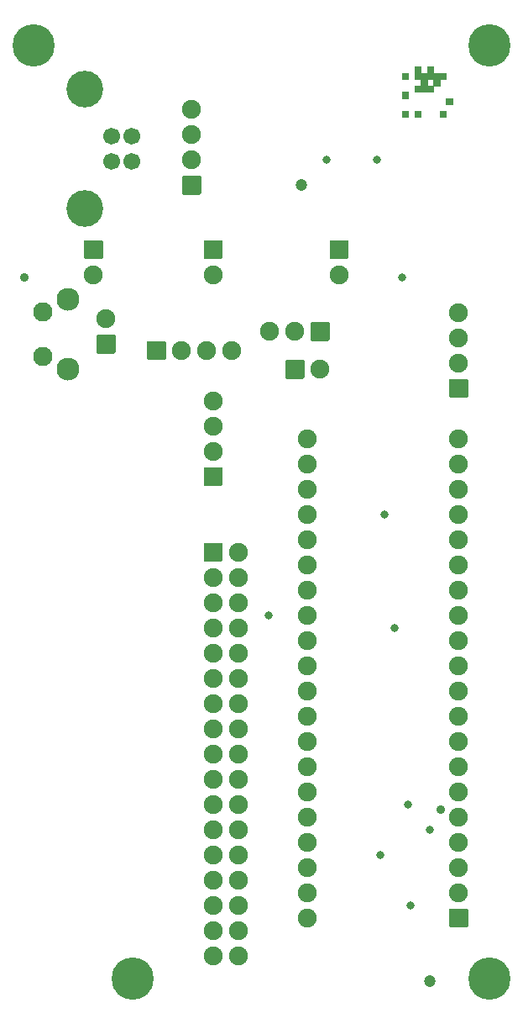
<source format=gbr>
G04 #@! TF.GenerationSoftware,KiCad,Pcbnew,(5.1.9)-1*
G04 #@! TF.CreationDate,2021-06-25T18:31:08+01:00*
G04 #@! TF.ProjectId,Greaseweazle F1 Plus Mini,47726561-7365-4776-9561-7a6c65204631,1*
G04 #@! TF.SameCoordinates,PX6312cb0PY6bcb370*
G04 #@! TF.FileFunction,Soldermask,Bot*
G04 #@! TF.FilePolarity,Negative*
%FSLAX46Y46*%
G04 Gerber Fmt 4.6, Leading zero omitted, Abs format (unit mm)*
G04 Created by KiCad (PCBNEW (5.1.9)-1) date 2021-06-25 18:31:08*
%MOMM*%
%LPD*%
G01*
G04 APERTURE LIST*
%ADD10C,0.100000*%
%ADD11O,1.900000X1.900000*%
%ADD12C,1.900000*%
%ADD13C,2.300000*%
%ADD14C,1.950000*%
%ADD15C,4.264000*%
%ADD16C,1.701140*%
%ADD17C,3.700120*%
%ADD18C,0.900000*%
%ADD19C,0.800000*%
%ADD20C,1.200000*%
G04 APERTURE END LIST*
D10*
G36*
X33274000Y66675000D02*
G01*
X33909000Y66675000D01*
X33909000Y67310000D01*
X33274000Y67310000D01*
X33274000Y66675000D01*
G37*
X33274000Y66675000D02*
X33909000Y66675000D01*
X33909000Y67310000D01*
X33274000Y67310000D01*
X33274000Y66675000D01*
G36*
X34544000Y64770000D02*
G01*
X35179000Y64770000D01*
X35179000Y65405000D01*
X34544000Y65405000D01*
X34544000Y64770000D01*
G37*
X34544000Y64770000D02*
X35179000Y64770000D01*
X35179000Y65405000D01*
X34544000Y65405000D01*
X34544000Y64770000D01*
G36*
X37084000Y64770000D02*
G01*
X37719000Y64770000D01*
X37719000Y65405000D01*
X37084000Y65405000D01*
X37084000Y64770000D01*
G37*
X37084000Y64770000D02*
X37719000Y64770000D01*
X37719000Y65405000D01*
X37084000Y65405000D01*
X37084000Y64770000D01*
G36*
X37719000Y66040000D02*
G01*
X38354000Y66040000D01*
X38354000Y66675000D01*
X37719000Y66675000D01*
X37719000Y66040000D01*
G37*
X37719000Y66040000D02*
X38354000Y66040000D01*
X38354000Y66675000D01*
X37719000Y66675000D01*
X37719000Y66040000D01*
G36*
X37084000Y68580000D02*
G01*
X37719000Y68580000D01*
X37719000Y69215000D01*
X37084000Y69215000D01*
X37084000Y68580000D01*
G37*
X37084000Y68580000D02*
X37719000Y68580000D01*
X37719000Y69215000D01*
X37084000Y69215000D01*
X37084000Y68580000D01*
G36*
X36449000Y68580000D02*
G01*
X37084000Y68580000D01*
X37084000Y69215000D01*
X36449000Y69215000D01*
X36449000Y68580000D01*
G37*
X36449000Y68580000D02*
X37084000Y68580000D01*
X37084000Y69215000D01*
X36449000Y69215000D01*
X36449000Y68580000D01*
G36*
X35814000Y69215000D02*
G01*
X36449000Y69215000D01*
X36449000Y69850000D01*
X35814000Y69850000D01*
X35814000Y69215000D01*
G37*
X35814000Y69215000D02*
X36449000Y69215000D01*
X36449000Y69850000D01*
X35814000Y69850000D01*
X35814000Y69215000D01*
G36*
X35814000Y68580000D02*
G01*
X36449000Y68580000D01*
X36449000Y69215000D01*
X35814000Y69215000D01*
X35814000Y68580000D01*
G37*
X35814000Y68580000D02*
X36449000Y68580000D01*
X36449000Y69215000D01*
X35814000Y69215000D01*
X35814000Y68580000D01*
G36*
X35179000Y68580000D02*
G01*
X35814000Y68580000D01*
X35814000Y69215000D01*
X35179000Y69215000D01*
X35179000Y68580000D01*
G37*
X35179000Y68580000D02*
X35814000Y68580000D01*
X35814000Y69215000D01*
X35179000Y69215000D01*
X35179000Y68580000D01*
G36*
X34544000Y68580000D02*
G01*
X35179000Y68580000D01*
X35179000Y69215000D01*
X34544000Y69215000D01*
X34544000Y68580000D01*
G37*
X34544000Y68580000D02*
X35179000Y68580000D01*
X35179000Y69215000D01*
X34544000Y69215000D01*
X34544000Y68580000D01*
G36*
X34544000Y69215000D02*
G01*
X35179000Y69215000D01*
X35179000Y69850000D01*
X34544000Y69850000D01*
X34544000Y69215000D01*
G37*
X34544000Y69215000D02*
X35179000Y69215000D01*
X35179000Y69850000D01*
X34544000Y69850000D01*
X34544000Y69215000D01*
G36*
X33274000Y64770000D02*
G01*
X33909000Y64770000D01*
X33909000Y65405000D01*
X33274000Y65405000D01*
X33274000Y64770000D01*
G37*
X33274000Y64770000D02*
X33909000Y64770000D01*
X33909000Y65405000D01*
X33274000Y65405000D01*
X33274000Y64770000D01*
G36*
X33274000Y68580000D02*
G01*
X33909000Y68580000D01*
X33909000Y69215000D01*
X33274000Y69215000D01*
X33274000Y68580000D01*
G37*
X33274000Y68580000D02*
X33909000Y68580000D01*
X33909000Y69215000D01*
X33274000Y69215000D01*
X33274000Y68580000D01*
G36*
X36449000Y67945000D02*
G01*
X37084000Y67945000D01*
X37084000Y68580000D01*
X36449000Y68580000D01*
X36449000Y67945000D01*
G37*
X36449000Y67945000D02*
X37084000Y67945000D01*
X37084000Y68580000D01*
X36449000Y68580000D01*
X36449000Y67945000D01*
G36*
X35814000Y67310000D02*
G01*
X36449000Y67310000D01*
X36449000Y67945000D01*
X35814000Y67945000D01*
X35814000Y67310000D01*
G37*
X35814000Y67310000D02*
X36449000Y67310000D01*
X36449000Y67945000D01*
X35814000Y67945000D01*
X35814000Y67310000D01*
G36*
X34544000Y67310000D02*
G01*
X35179000Y67310000D01*
X35179000Y67945000D01*
X34544000Y67945000D01*
X34544000Y67310000D01*
G37*
X34544000Y67310000D02*
X35179000Y67310000D01*
X35179000Y67945000D01*
X34544000Y67945000D01*
X34544000Y67310000D01*
G36*
X35179000Y67310000D02*
G01*
X35814000Y67310000D01*
X35814000Y67945000D01*
X35179000Y67945000D01*
X35179000Y67310000D01*
G37*
X35179000Y67310000D02*
X35814000Y67310000D01*
X35814000Y67945000D01*
X35179000Y67945000D01*
X35179000Y67310000D01*
G36*
X35179000Y67945000D02*
G01*
X35814000Y67945000D01*
X35814000Y68580000D01*
X35179000Y68580000D01*
X35179000Y67945000D01*
G37*
X35179000Y67945000D02*
X35814000Y67945000D01*
X35814000Y68580000D01*
X35179000Y68580000D01*
X35179000Y67945000D01*
G36*
X35179000Y67945000D02*
G01*
X35814000Y67945000D01*
X35814000Y68580000D01*
X35179000Y68580000D01*
X35179000Y67945000D01*
G37*
X35179000Y67945000D02*
X35814000Y67945000D01*
X35814000Y68580000D01*
X35179000Y68580000D01*
X35179000Y67945000D01*
G36*
X35179000Y67310000D02*
G01*
X35814000Y67310000D01*
X35814000Y67945000D01*
X35179000Y67945000D01*
X35179000Y67310000D01*
G37*
X35179000Y67310000D02*
X35814000Y67310000D01*
X35814000Y67945000D01*
X35179000Y67945000D01*
X35179000Y67310000D01*
G36*
X34544000Y67310000D02*
G01*
X35179000Y67310000D01*
X35179000Y67945000D01*
X34544000Y67945000D01*
X34544000Y67310000D01*
G37*
X34544000Y67310000D02*
X35179000Y67310000D01*
X35179000Y67945000D01*
X34544000Y67945000D01*
X34544000Y67310000D01*
G36*
X35814000Y67310000D02*
G01*
X36449000Y67310000D01*
X36449000Y67945000D01*
X35814000Y67945000D01*
X35814000Y67310000D01*
G37*
X35814000Y67310000D02*
X36449000Y67310000D01*
X36449000Y67945000D01*
X35814000Y67945000D01*
X35814000Y67310000D01*
G36*
X36449000Y67945000D02*
G01*
X37084000Y67945000D01*
X37084000Y68580000D01*
X36449000Y68580000D01*
X36449000Y67945000D01*
G37*
X36449000Y67945000D02*
X37084000Y67945000D01*
X37084000Y68580000D01*
X36449000Y68580000D01*
X36449000Y67945000D01*
G36*
X33274000Y68580000D02*
G01*
X33909000Y68580000D01*
X33909000Y69215000D01*
X33274000Y69215000D01*
X33274000Y68580000D01*
G37*
X33274000Y68580000D02*
X33909000Y68580000D01*
X33909000Y69215000D01*
X33274000Y69215000D01*
X33274000Y68580000D01*
G36*
X33274000Y64770000D02*
G01*
X33909000Y64770000D01*
X33909000Y65405000D01*
X33274000Y65405000D01*
X33274000Y64770000D01*
G37*
X33274000Y64770000D02*
X33909000Y64770000D01*
X33909000Y65405000D01*
X33274000Y65405000D01*
X33274000Y64770000D01*
G36*
X34544000Y69215000D02*
G01*
X35179000Y69215000D01*
X35179000Y69850000D01*
X34544000Y69850000D01*
X34544000Y69215000D01*
G37*
X34544000Y69215000D02*
X35179000Y69215000D01*
X35179000Y69850000D01*
X34544000Y69850000D01*
X34544000Y69215000D01*
G36*
X34544000Y68580000D02*
G01*
X35179000Y68580000D01*
X35179000Y69215000D01*
X34544000Y69215000D01*
X34544000Y68580000D01*
G37*
X34544000Y68580000D02*
X35179000Y68580000D01*
X35179000Y69215000D01*
X34544000Y69215000D01*
X34544000Y68580000D01*
G36*
X35179000Y68580000D02*
G01*
X35814000Y68580000D01*
X35814000Y69215000D01*
X35179000Y69215000D01*
X35179000Y68580000D01*
G37*
X35179000Y68580000D02*
X35814000Y68580000D01*
X35814000Y69215000D01*
X35179000Y69215000D01*
X35179000Y68580000D01*
G36*
X35814000Y68580000D02*
G01*
X36449000Y68580000D01*
X36449000Y69215000D01*
X35814000Y69215000D01*
X35814000Y68580000D01*
G37*
X35814000Y68580000D02*
X36449000Y68580000D01*
X36449000Y69215000D01*
X35814000Y69215000D01*
X35814000Y68580000D01*
G36*
X35814000Y69215000D02*
G01*
X36449000Y69215000D01*
X36449000Y69850000D01*
X35814000Y69850000D01*
X35814000Y69215000D01*
G37*
X35814000Y69215000D02*
X36449000Y69215000D01*
X36449000Y69850000D01*
X35814000Y69850000D01*
X35814000Y69215000D01*
G36*
X36449000Y68580000D02*
G01*
X37084000Y68580000D01*
X37084000Y69215000D01*
X36449000Y69215000D01*
X36449000Y68580000D01*
G37*
X36449000Y68580000D02*
X37084000Y68580000D01*
X37084000Y69215000D01*
X36449000Y69215000D01*
X36449000Y68580000D01*
G36*
X37084000Y68580000D02*
G01*
X37719000Y68580000D01*
X37719000Y69215000D01*
X37084000Y69215000D01*
X37084000Y68580000D01*
G37*
X37084000Y68580000D02*
X37719000Y68580000D01*
X37719000Y69215000D01*
X37084000Y69215000D01*
X37084000Y68580000D01*
G36*
X37719000Y66040000D02*
G01*
X38354000Y66040000D01*
X38354000Y66675000D01*
X37719000Y66675000D01*
X37719000Y66040000D01*
G37*
X37719000Y66040000D02*
X38354000Y66040000D01*
X38354000Y66675000D01*
X37719000Y66675000D01*
X37719000Y66040000D01*
G36*
X37084000Y64770000D02*
G01*
X37719000Y64770000D01*
X37719000Y65405000D01*
X37084000Y65405000D01*
X37084000Y64770000D01*
G37*
X37084000Y64770000D02*
X37719000Y64770000D01*
X37719000Y65405000D01*
X37084000Y65405000D01*
X37084000Y64770000D01*
G36*
X34544000Y64770000D02*
G01*
X35179000Y64770000D01*
X35179000Y65405000D01*
X34544000Y65405000D01*
X34544000Y64770000D01*
G37*
X34544000Y64770000D02*
X35179000Y64770000D01*
X35179000Y65405000D01*
X34544000Y65405000D01*
X34544000Y64770000D01*
G36*
X33274000Y66675000D02*
G01*
X33909000Y66675000D01*
X33909000Y67310000D01*
X33274000Y67310000D01*
X33274000Y66675000D01*
G37*
X33274000Y66675000D02*
X33909000Y66675000D01*
X33909000Y67310000D01*
X33274000Y67310000D01*
X33274000Y66675000D01*
G36*
X33274000Y66675000D02*
G01*
X33909000Y66675000D01*
X33909000Y67310000D01*
X33274000Y67310000D01*
X33274000Y66675000D01*
G37*
X33274000Y66675000D02*
X33909000Y66675000D01*
X33909000Y67310000D01*
X33274000Y67310000D01*
X33274000Y66675000D01*
G36*
X34544000Y64770000D02*
G01*
X35179000Y64770000D01*
X35179000Y65405000D01*
X34544000Y65405000D01*
X34544000Y64770000D01*
G37*
X34544000Y64770000D02*
X35179000Y64770000D01*
X35179000Y65405000D01*
X34544000Y65405000D01*
X34544000Y64770000D01*
G36*
X37084000Y64770000D02*
G01*
X37719000Y64770000D01*
X37719000Y65405000D01*
X37084000Y65405000D01*
X37084000Y64770000D01*
G37*
X37084000Y64770000D02*
X37719000Y64770000D01*
X37719000Y65405000D01*
X37084000Y65405000D01*
X37084000Y64770000D01*
G36*
X37719000Y66040000D02*
G01*
X38354000Y66040000D01*
X38354000Y66675000D01*
X37719000Y66675000D01*
X37719000Y66040000D01*
G37*
X37719000Y66040000D02*
X38354000Y66040000D01*
X38354000Y66675000D01*
X37719000Y66675000D01*
X37719000Y66040000D01*
G36*
X37084000Y68580000D02*
G01*
X37719000Y68580000D01*
X37719000Y69215000D01*
X37084000Y69215000D01*
X37084000Y68580000D01*
G37*
X37084000Y68580000D02*
X37719000Y68580000D01*
X37719000Y69215000D01*
X37084000Y69215000D01*
X37084000Y68580000D01*
G36*
X36449000Y68580000D02*
G01*
X37084000Y68580000D01*
X37084000Y69215000D01*
X36449000Y69215000D01*
X36449000Y68580000D01*
G37*
X36449000Y68580000D02*
X37084000Y68580000D01*
X37084000Y69215000D01*
X36449000Y69215000D01*
X36449000Y68580000D01*
G36*
X35814000Y69215000D02*
G01*
X36449000Y69215000D01*
X36449000Y69850000D01*
X35814000Y69850000D01*
X35814000Y69215000D01*
G37*
X35814000Y69215000D02*
X36449000Y69215000D01*
X36449000Y69850000D01*
X35814000Y69850000D01*
X35814000Y69215000D01*
G36*
X35814000Y68580000D02*
G01*
X36449000Y68580000D01*
X36449000Y69215000D01*
X35814000Y69215000D01*
X35814000Y68580000D01*
G37*
X35814000Y68580000D02*
X36449000Y68580000D01*
X36449000Y69215000D01*
X35814000Y69215000D01*
X35814000Y68580000D01*
G36*
X35179000Y68580000D02*
G01*
X35814000Y68580000D01*
X35814000Y69215000D01*
X35179000Y69215000D01*
X35179000Y68580000D01*
G37*
X35179000Y68580000D02*
X35814000Y68580000D01*
X35814000Y69215000D01*
X35179000Y69215000D01*
X35179000Y68580000D01*
G36*
X34544000Y68580000D02*
G01*
X35179000Y68580000D01*
X35179000Y69215000D01*
X34544000Y69215000D01*
X34544000Y68580000D01*
G37*
X34544000Y68580000D02*
X35179000Y68580000D01*
X35179000Y69215000D01*
X34544000Y69215000D01*
X34544000Y68580000D01*
G36*
X34544000Y69215000D02*
G01*
X35179000Y69215000D01*
X35179000Y69850000D01*
X34544000Y69850000D01*
X34544000Y69215000D01*
G37*
X34544000Y69215000D02*
X35179000Y69215000D01*
X35179000Y69850000D01*
X34544000Y69850000D01*
X34544000Y69215000D01*
G36*
X33274000Y64770000D02*
G01*
X33909000Y64770000D01*
X33909000Y65405000D01*
X33274000Y65405000D01*
X33274000Y64770000D01*
G37*
X33274000Y64770000D02*
X33909000Y64770000D01*
X33909000Y65405000D01*
X33274000Y65405000D01*
X33274000Y64770000D01*
G36*
X33274000Y68580000D02*
G01*
X33909000Y68580000D01*
X33909000Y69215000D01*
X33274000Y69215000D01*
X33274000Y68580000D01*
G37*
X33274000Y68580000D02*
X33909000Y68580000D01*
X33909000Y69215000D01*
X33274000Y69215000D01*
X33274000Y68580000D01*
G36*
X36449000Y67945000D02*
G01*
X37084000Y67945000D01*
X37084000Y68580000D01*
X36449000Y68580000D01*
X36449000Y67945000D01*
G37*
X36449000Y67945000D02*
X37084000Y67945000D01*
X37084000Y68580000D01*
X36449000Y68580000D01*
X36449000Y67945000D01*
G36*
X35814000Y67310000D02*
G01*
X36449000Y67310000D01*
X36449000Y67945000D01*
X35814000Y67945000D01*
X35814000Y67310000D01*
G37*
X35814000Y67310000D02*
X36449000Y67310000D01*
X36449000Y67945000D01*
X35814000Y67945000D01*
X35814000Y67310000D01*
G36*
X34544000Y67310000D02*
G01*
X35179000Y67310000D01*
X35179000Y67945000D01*
X34544000Y67945000D01*
X34544000Y67310000D01*
G37*
X34544000Y67310000D02*
X35179000Y67310000D01*
X35179000Y67945000D01*
X34544000Y67945000D01*
X34544000Y67310000D01*
G36*
X35179000Y67310000D02*
G01*
X35814000Y67310000D01*
X35814000Y67945000D01*
X35179000Y67945000D01*
X35179000Y67310000D01*
G37*
X35179000Y67310000D02*
X35814000Y67310000D01*
X35814000Y67945000D01*
X35179000Y67945000D01*
X35179000Y67310000D01*
G36*
X35179000Y67945000D02*
G01*
X35814000Y67945000D01*
X35814000Y68580000D01*
X35179000Y68580000D01*
X35179000Y67945000D01*
G37*
X35179000Y67945000D02*
X35814000Y67945000D01*
X35814000Y68580000D01*
X35179000Y68580000D01*
X35179000Y67945000D01*
G36*
X35179000Y67945000D02*
G01*
X35814000Y67945000D01*
X35814000Y68580000D01*
X35179000Y68580000D01*
X35179000Y67945000D01*
G37*
X35179000Y67945000D02*
X35814000Y67945000D01*
X35814000Y68580000D01*
X35179000Y68580000D01*
X35179000Y67945000D01*
G36*
X35179000Y67310000D02*
G01*
X35814000Y67310000D01*
X35814000Y67945000D01*
X35179000Y67945000D01*
X35179000Y67310000D01*
G37*
X35179000Y67310000D02*
X35814000Y67310000D01*
X35814000Y67945000D01*
X35179000Y67945000D01*
X35179000Y67310000D01*
G36*
X34544000Y67310000D02*
G01*
X35179000Y67310000D01*
X35179000Y67945000D01*
X34544000Y67945000D01*
X34544000Y67310000D01*
G37*
X34544000Y67310000D02*
X35179000Y67310000D01*
X35179000Y67945000D01*
X34544000Y67945000D01*
X34544000Y67310000D01*
G36*
X35814000Y67310000D02*
G01*
X36449000Y67310000D01*
X36449000Y67945000D01*
X35814000Y67945000D01*
X35814000Y67310000D01*
G37*
X35814000Y67310000D02*
X36449000Y67310000D01*
X36449000Y67945000D01*
X35814000Y67945000D01*
X35814000Y67310000D01*
G36*
X36449000Y67945000D02*
G01*
X37084000Y67945000D01*
X37084000Y68580000D01*
X36449000Y68580000D01*
X36449000Y67945000D01*
G37*
X36449000Y67945000D02*
X37084000Y67945000D01*
X37084000Y68580000D01*
X36449000Y68580000D01*
X36449000Y67945000D01*
G36*
X33274000Y68580000D02*
G01*
X33909000Y68580000D01*
X33909000Y69215000D01*
X33274000Y69215000D01*
X33274000Y68580000D01*
G37*
X33274000Y68580000D02*
X33909000Y68580000D01*
X33909000Y69215000D01*
X33274000Y69215000D01*
X33274000Y68580000D01*
G36*
X33274000Y64770000D02*
G01*
X33909000Y64770000D01*
X33909000Y65405000D01*
X33274000Y65405000D01*
X33274000Y64770000D01*
G37*
X33274000Y64770000D02*
X33909000Y64770000D01*
X33909000Y65405000D01*
X33274000Y65405000D01*
X33274000Y64770000D01*
G36*
X34544000Y69215000D02*
G01*
X35179000Y69215000D01*
X35179000Y69850000D01*
X34544000Y69850000D01*
X34544000Y69215000D01*
G37*
X34544000Y69215000D02*
X35179000Y69215000D01*
X35179000Y69850000D01*
X34544000Y69850000D01*
X34544000Y69215000D01*
G36*
X34544000Y68580000D02*
G01*
X35179000Y68580000D01*
X35179000Y69215000D01*
X34544000Y69215000D01*
X34544000Y68580000D01*
G37*
X34544000Y68580000D02*
X35179000Y68580000D01*
X35179000Y69215000D01*
X34544000Y69215000D01*
X34544000Y68580000D01*
G36*
X35179000Y68580000D02*
G01*
X35814000Y68580000D01*
X35814000Y69215000D01*
X35179000Y69215000D01*
X35179000Y68580000D01*
G37*
X35179000Y68580000D02*
X35814000Y68580000D01*
X35814000Y69215000D01*
X35179000Y69215000D01*
X35179000Y68580000D01*
G36*
X35814000Y68580000D02*
G01*
X36449000Y68580000D01*
X36449000Y69215000D01*
X35814000Y69215000D01*
X35814000Y68580000D01*
G37*
X35814000Y68580000D02*
X36449000Y68580000D01*
X36449000Y69215000D01*
X35814000Y69215000D01*
X35814000Y68580000D01*
G36*
X35814000Y69215000D02*
G01*
X36449000Y69215000D01*
X36449000Y69850000D01*
X35814000Y69850000D01*
X35814000Y69215000D01*
G37*
X35814000Y69215000D02*
X36449000Y69215000D01*
X36449000Y69850000D01*
X35814000Y69850000D01*
X35814000Y69215000D01*
G36*
X36449000Y68580000D02*
G01*
X37084000Y68580000D01*
X37084000Y69215000D01*
X36449000Y69215000D01*
X36449000Y68580000D01*
G37*
X36449000Y68580000D02*
X37084000Y68580000D01*
X37084000Y69215000D01*
X36449000Y69215000D01*
X36449000Y68580000D01*
G36*
X37084000Y68580000D02*
G01*
X37719000Y68580000D01*
X37719000Y69215000D01*
X37084000Y69215000D01*
X37084000Y68580000D01*
G37*
X37084000Y68580000D02*
X37719000Y68580000D01*
X37719000Y69215000D01*
X37084000Y69215000D01*
X37084000Y68580000D01*
G36*
X37719000Y66040000D02*
G01*
X38354000Y66040000D01*
X38354000Y66675000D01*
X37719000Y66675000D01*
X37719000Y66040000D01*
G37*
X37719000Y66040000D02*
X38354000Y66040000D01*
X38354000Y66675000D01*
X37719000Y66675000D01*
X37719000Y66040000D01*
G36*
X37084000Y64770000D02*
G01*
X37719000Y64770000D01*
X37719000Y65405000D01*
X37084000Y65405000D01*
X37084000Y64770000D01*
G37*
X37084000Y64770000D02*
X37719000Y64770000D01*
X37719000Y65405000D01*
X37084000Y65405000D01*
X37084000Y64770000D01*
G36*
X34544000Y64770000D02*
G01*
X35179000Y64770000D01*
X35179000Y65405000D01*
X34544000Y65405000D01*
X34544000Y64770000D01*
G37*
X34544000Y64770000D02*
X35179000Y64770000D01*
X35179000Y65405000D01*
X34544000Y65405000D01*
X34544000Y64770000D01*
G36*
X33274000Y66675000D02*
G01*
X33909000Y66675000D01*
X33909000Y67310000D01*
X33274000Y67310000D01*
X33274000Y66675000D01*
G37*
X33274000Y66675000D02*
X33909000Y66675000D01*
X33909000Y67310000D01*
X33274000Y67310000D01*
X33274000Y66675000D01*
D11*
X16129000Y41275000D03*
X13589000Y41275000D03*
X11049000Y41275000D03*
G36*
G01*
X9359000Y40325000D02*
X7659000Y40325000D01*
G75*
G02*
X7559000Y40425000I0J100000D01*
G01*
X7559000Y42125000D01*
G75*
G02*
X7659000Y42225000I100000J0D01*
G01*
X9359000Y42225000D01*
G75*
G02*
X9459000Y42125000I0J-100000D01*
G01*
X9459000Y40425000D01*
G75*
G02*
X9359000Y40325000I-100000J0D01*
G01*
G37*
X25019000Y39370000D03*
G36*
G01*
X23329000Y38420000D02*
X21629000Y38420000D01*
G75*
G02*
X21529000Y38520000I0J100000D01*
G01*
X21529000Y40220000D01*
G75*
G02*
X21629000Y40320000I100000J0D01*
G01*
X23329000Y40320000D01*
G75*
G02*
X23429000Y40220000I0J-100000D01*
G01*
X23429000Y38520000D01*
G75*
G02*
X23329000Y38420000I-100000J0D01*
G01*
G37*
X19939000Y43180000D03*
X22479000Y43180000D03*
G36*
G01*
X24169000Y44130000D02*
X25869000Y44130000D01*
G75*
G02*
X25969000Y44030000I0J-100000D01*
G01*
X25969000Y42330000D01*
G75*
G02*
X25869000Y42230000I-100000J0D01*
G01*
X24169000Y42230000D01*
G75*
G02*
X24069000Y42330000I0J100000D01*
G01*
X24069000Y44030000D01*
G75*
G02*
X24169000Y44130000I100000J0D01*
G01*
G37*
D12*
X23749000Y-15875000D03*
G36*
G01*
X39939000Y-15025000D02*
X39939000Y-16725000D01*
G75*
G02*
X39839000Y-16825000I-100000J0D01*
G01*
X38139000Y-16825000D01*
G75*
G02*
X38039000Y-16725000I0J100000D01*
G01*
X38039000Y-15025000D01*
G75*
G02*
X38139000Y-14925000I100000J0D01*
G01*
X39839000Y-14925000D01*
G75*
G02*
X39939000Y-15025000I0J-100000D01*
G01*
G37*
X23749000Y-13335000D03*
X38989000Y-13335000D03*
X23749000Y-10795000D03*
X38989000Y-10795000D03*
X23749000Y-8255000D03*
X38989000Y-8255000D03*
X23749000Y-5715000D03*
X38989000Y-5715000D03*
X23749000Y-3175000D03*
X38989000Y-3175000D03*
X23749000Y-635000D03*
X38989000Y-635000D03*
X23749000Y1905000D03*
X38989000Y1905000D03*
X23749000Y4445000D03*
X38989000Y4445000D03*
X23749000Y6985000D03*
X38989000Y6985000D03*
X23749000Y9525000D03*
X38989000Y9525000D03*
X23749000Y12065000D03*
X38989000Y12065000D03*
X23749000Y14605000D03*
X38989000Y14605000D03*
X23749000Y17145000D03*
X38989000Y17145000D03*
X23749000Y19685000D03*
X38989000Y19685000D03*
X23749000Y22225000D03*
X38989000Y22225000D03*
X23749000Y24765000D03*
X38989000Y24765000D03*
X23749000Y27305000D03*
X38989000Y27305000D03*
X23749000Y29845000D03*
X38989000Y29845000D03*
X23749000Y32385000D03*
X38989000Y32385000D03*
D13*
X-431000Y39390000D03*
D14*
X-2921000Y40640000D03*
X-2921000Y45140000D03*
D13*
X-431000Y46400000D03*
D11*
X38989000Y45085000D03*
X38989000Y42545000D03*
X38989000Y40005000D03*
G36*
G01*
X39939000Y38315000D02*
X39939000Y36615000D01*
G75*
G02*
X39839000Y36515000I-100000J0D01*
G01*
X38139000Y36515000D01*
G75*
G02*
X38039000Y36615000I0J100000D01*
G01*
X38039000Y38315000D01*
G75*
G02*
X38139000Y38415000I100000J0D01*
G01*
X39839000Y38415000D01*
G75*
G02*
X39939000Y38315000I0J-100000D01*
G01*
G37*
X12065000Y65532000D03*
X12065000Y62992000D03*
X12065000Y60452000D03*
G36*
G01*
X13015000Y58762000D02*
X13015000Y57062000D01*
G75*
G02*
X12915000Y56962000I-100000J0D01*
G01*
X11215000Y56962000D01*
G75*
G02*
X11115000Y57062000I0J100000D01*
G01*
X11115000Y58762000D01*
G75*
G02*
X11215000Y58862000I100000J0D01*
G01*
X12915000Y58862000D01*
G75*
G02*
X13015000Y58762000I0J-100000D01*
G01*
G37*
D15*
X42114000Y-21970000D03*
X6114000Y-21970000D03*
X42114000Y72030000D03*
X-3886000Y72030000D03*
D11*
X26924000Y48895000D03*
G36*
G01*
X25974000Y50585000D02*
X25974000Y52285000D01*
G75*
G02*
X26074000Y52385000I100000J0D01*
G01*
X27774000Y52385000D01*
G75*
G02*
X27874000Y52285000I0J-100000D01*
G01*
X27874000Y50585000D01*
G75*
G02*
X27774000Y50485000I-100000J0D01*
G01*
X26074000Y50485000D01*
G75*
G02*
X25974000Y50585000I0J100000D01*
G01*
G37*
X14224000Y48895000D03*
G36*
G01*
X13274000Y50585000D02*
X13274000Y52285000D01*
G75*
G02*
X13374000Y52385000I100000J0D01*
G01*
X15074000Y52385000D01*
G75*
G02*
X15174000Y52285000I0J-100000D01*
G01*
X15174000Y50585000D01*
G75*
G02*
X15074000Y50485000I-100000J0D01*
G01*
X13374000Y50485000D01*
G75*
G02*
X13274000Y50585000I0J100000D01*
G01*
G37*
X2159000Y48895000D03*
G36*
G01*
X1209000Y50585000D02*
X1209000Y52285000D01*
G75*
G02*
X1309000Y52385000I100000J0D01*
G01*
X3009000Y52385000D01*
G75*
G02*
X3109000Y52285000I0J-100000D01*
G01*
X3109000Y50585000D01*
G75*
G02*
X3009000Y50485000I-100000J0D01*
G01*
X1309000Y50485000D01*
G75*
G02*
X1209000Y50585000I0J100000D01*
G01*
G37*
G36*
G01*
X15174000Y29425000D02*
X15174000Y27725000D01*
G75*
G02*
X15074000Y27625000I-100000J0D01*
G01*
X13374000Y27625000D01*
G75*
G02*
X13274000Y27725000I0J100000D01*
G01*
X13274000Y29425000D01*
G75*
G02*
X13374000Y29525000I100000J0D01*
G01*
X15074000Y29525000D01*
G75*
G02*
X15174000Y29425000I0J-100000D01*
G01*
G37*
X14224000Y31115000D03*
X14224000Y33655000D03*
X14224000Y36195000D03*
G36*
G01*
X4379000Y42760000D02*
X4379000Y41060000D01*
G75*
G02*
X4279000Y40960000I-100000J0D01*
G01*
X2579000Y40960000D01*
G75*
G02*
X2479000Y41060000I0J100000D01*
G01*
X2479000Y42760000D01*
G75*
G02*
X2579000Y42860000I100000J0D01*
G01*
X4279000Y42860000D01*
G75*
G02*
X4379000Y42760000I0J-100000D01*
G01*
G37*
X3429000Y44450000D03*
D16*
X3987800Y62839600D03*
X3987800Y60350400D03*
X5994400Y60350400D03*
X5994400Y62839600D03*
D17*
X1270000Y67614800D03*
X1270000Y55575200D03*
G36*
G01*
X13274000Y20105000D02*
X13274000Y21805000D01*
G75*
G02*
X13374000Y21905000I100000J0D01*
G01*
X15074000Y21905000D01*
G75*
G02*
X15174000Y21805000I0J-100000D01*
G01*
X15174000Y20105000D01*
G75*
G02*
X15074000Y20005000I-100000J0D01*
G01*
X13374000Y20005000D01*
G75*
G02*
X13274000Y20105000I0J100000D01*
G01*
G37*
D11*
X16764000Y20955000D03*
X14224000Y18415000D03*
X16764000Y18415000D03*
X14224000Y15875000D03*
X16764000Y15875000D03*
X14224000Y13335000D03*
X16764000Y13335000D03*
X14224000Y10795000D03*
X16764000Y10795000D03*
X14224000Y8255000D03*
X16764000Y8255000D03*
X14224000Y5715000D03*
X16764000Y5715000D03*
X14224000Y3175000D03*
X16764000Y3175000D03*
X14224000Y635000D03*
X16764000Y635000D03*
X14224000Y-1905000D03*
X16764000Y-1905000D03*
X14224000Y-4445000D03*
X16764000Y-4445000D03*
X14224000Y-6985000D03*
X16764000Y-6985000D03*
X14224000Y-9525000D03*
X16764000Y-9525000D03*
X14224000Y-12065000D03*
X16764000Y-12065000D03*
X14224000Y-14605000D03*
X16764000Y-14605000D03*
X14224000Y-17145000D03*
X16764000Y-17145000D03*
X14224000Y-19685000D03*
X16764000Y-19685000D03*
D18*
X37211000Y-4953000D03*
D19*
X19812000Y14605000D03*
D20*
X23114000Y57912000D03*
X36068004Y-22225000D03*
D19*
X34163000Y-14605000D03*
X31115000Y-9525000D03*
X36068000Y-6985000D03*
X33909000Y-4445000D03*
X32546999Y13335000D03*
X31496000Y24765000D03*
X33274000Y48641000D03*
X25654000Y60452000D03*
X30734000Y60452000D03*
D18*
X-4826000Y48640990D03*
M02*

</source>
